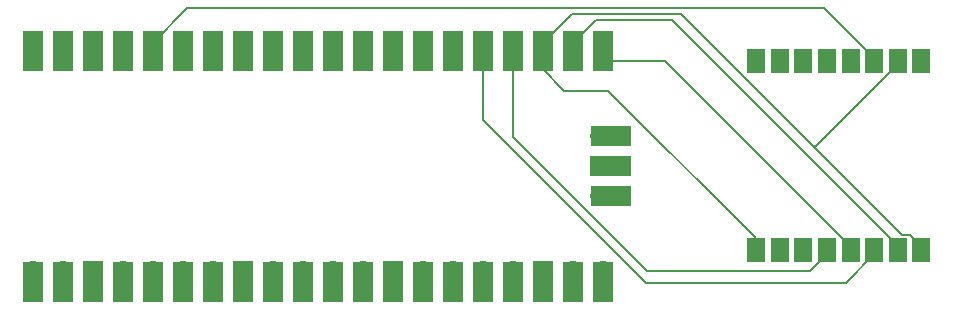
<source format=gbr>
%TF.GenerationSoftware,KiCad,Pcbnew,8.0.6*%
%TF.CreationDate,2025-05-31T15:30:40+01:00*%
%TF.ProjectId,Leo_Ground,4c656f5f-4772-46f7-956e-642e6b696361,rev?*%
%TF.SameCoordinates,Original*%
%TF.FileFunction,Copper,L1,Top*%
%TF.FilePolarity,Positive*%
%FSLAX46Y46*%
G04 Gerber Fmt 4.6, Leading zero omitted, Abs format (unit mm)*
G04 Created by KiCad (PCBNEW 8.0.6) date 2025-05-31 15:30:40*
%MOMM*%
%LPD*%
G01*
G04 APERTURE LIST*
%TA.AperFunction,SMDPad,CuDef*%
%ADD10R,1.500000X2.000000*%
%TD*%
%TA.AperFunction,ComponentPad*%
%ADD11O,1.700000X1.700000*%
%TD*%
%TA.AperFunction,SMDPad,CuDef*%
%ADD12R,1.700000X3.500000*%
%TD*%
%TA.AperFunction,ComponentPad*%
%ADD13R,1.700000X1.700000*%
%TD*%
%TA.AperFunction,SMDPad,CuDef*%
%ADD14R,3.500000X1.700000*%
%TD*%
%TA.AperFunction,Conductor*%
%ADD15C,0.200000*%
%TD*%
G04 APERTURE END LIST*
D10*
%TO.P,U2,16,GND*%
%TO.N,Net-(U1-GND-Pad13)*%
X195000000Y-102000000D03*
%TO.P,U2,15,~{NSS}*%
%TO.N,Net-(U1-GPIO17)*%
X193000000Y-102000000D03*
%TO.P,U2,14,MOSI*%
%TO.N,Net-(U1-GPIO19)*%
X191000000Y-102000000D03*
%TO.P,U2,13,MISO*%
%TO.N,Net-(U1-GPIO16)*%
X189000000Y-102000000D03*
%TO.P,U2,12,SCK*%
%TO.N,Net-(U1-GPIO18)*%
X187000000Y-102000000D03*
%TO.P,U2,11,DIO5*%
%TO.N,unconnected-(U2-DIO5-Pad11)*%
X185000000Y-102000000D03*
%TO.P,U2,10,DIO4*%
%TO.N,unconnected-(U2-DIO4-Pad10)*%
X183000000Y-102000000D03*
%TO.P,U2,9,GND*%
%TO.N,Net-(U1-GND-Pad13)*%
X181000000Y-102000000D03*
%TO.P,U2,8,DIO3*%
%TO.N,unconnected-(U2-DIO3-Pad8)*%
X181000000Y-86000000D03*
%TO.P,U2,7,DIO2*%
%TO.N,unconnected-(U2-DIO2-Pad7)*%
X183000000Y-86000000D03*
%TO.P,U2,6,DIO1*%
%TO.N,unconnected-(U2-DIO1-Pad6)*%
X185000000Y-86000000D03*
%TO.P,U2,5,DIO0*%
%TO.N,unconnected-(U2-DIO0-Pad5)*%
X187000000Y-86000000D03*
%TO.P,U2,4,~{RESET}*%
%TO.N,unconnected-(U2-~{RESET}-Pad4)*%
X189000000Y-86000000D03*
%TO.P,U2,3,VDD*%
%TO.N,Net-(U1-3V3)*%
X191000000Y-86000000D03*
%TO.P,U2,2,GND*%
%TO.N,Net-(U1-GND-Pad13)*%
X193000000Y-86000000D03*
%TO.P,U2,1,ANT*%
%TO.N,unconnected-(U2-ANT-Pad1)*%
X195000000Y-86000000D03*
%TD*%
D11*
%TO.P,U1,1,GPIO0*%
%TO.N,unconnected-(U1-GPIO0-Pad1)*%
X119760000Y-103780000D03*
D12*
X119760000Y-104680000D03*
D11*
%TO.P,U1,2,GPIO1*%
%TO.N,unconnected-(U1-GPIO1-Pad2)*%
X122300000Y-103780000D03*
D12*
X122300000Y-104680000D03*
D13*
%TO.P,U1,3,GND*%
%TO.N,Net-(U1-GND-Pad13)*%
X124840000Y-103780000D03*
D12*
X124840000Y-104680000D03*
D11*
%TO.P,U1,4,GPIO2*%
%TO.N,unconnected-(U1-GPIO2-Pad4)*%
X127380000Y-103780000D03*
D12*
X127380000Y-104680000D03*
D11*
%TO.P,U1,5,GPIO3*%
%TO.N,unconnected-(U1-GPIO3-Pad5)*%
X129920000Y-103780000D03*
D12*
X129920000Y-104680000D03*
D11*
%TO.P,U1,6,GPIO4*%
%TO.N,unconnected-(U1-GPIO4-Pad6)*%
X132460000Y-103780000D03*
D12*
X132460000Y-104680000D03*
D11*
%TO.P,U1,7,GPIO5*%
%TO.N,unconnected-(U1-GPIO5-Pad7)*%
X135000000Y-103780000D03*
D12*
X135000000Y-104680000D03*
D13*
%TO.P,U1,8,GND*%
%TO.N,Net-(U1-GND-Pad13)*%
X137540000Y-103780000D03*
D12*
X137540000Y-104680000D03*
D11*
%TO.P,U1,9,GPIO6*%
%TO.N,unconnected-(U1-GPIO6-Pad9)*%
X140080000Y-103780000D03*
D12*
X140080000Y-104680000D03*
D11*
%TO.P,U1,10,GPIO7*%
%TO.N,unconnected-(U1-GPIO7-Pad10)*%
X142620000Y-103780000D03*
D12*
X142620000Y-104680000D03*
D11*
%TO.P,U1,11,GPIO8*%
%TO.N,unconnected-(U1-GPIO8-Pad11)*%
X145160000Y-103780000D03*
D12*
X145160000Y-104680000D03*
D11*
%TO.P,U1,12,GPIO9*%
%TO.N,unconnected-(U1-GPIO9-Pad12)*%
X147700000Y-103780000D03*
D12*
X147700000Y-104680000D03*
D13*
%TO.P,U1,13,GND*%
%TO.N,Net-(U1-GND-Pad13)*%
X150240000Y-103780000D03*
D12*
X150240000Y-104680000D03*
D11*
%TO.P,U1,14,GPIO10*%
%TO.N,unconnected-(U1-GPIO10-Pad14)*%
X152780000Y-103780000D03*
D12*
X152780000Y-104680000D03*
D11*
%TO.P,U1,15,GPIO11*%
%TO.N,unconnected-(U1-GPIO11-Pad15)*%
X155320000Y-103780000D03*
D12*
X155320000Y-104680000D03*
D11*
%TO.P,U1,16,GPIO12*%
%TO.N,unconnected-(U1-GPIO12-Pad16)*%
X157860000Y-103780000D03*
D12*
X157860000Y-104680000D03*
D11*
%TO.P,U1,17,GPIO13*%
%TO.N,unconnected-(U1-GPIO13-Pad17)*%
X160400000Y-103780000D03*
D12*
X160400000Y-104680000D03*
D13*
%TO.P,U1,18,GND*%
%TO.N,Net-(U1-GND-Pad13)*%
X162940000Y-103780000D03*
D12*
X162940000Y-104680000D03*
D11*
%TO.P,U1,19,GPIO14*%
%TO.N,unconnected-(U1-GPIO14-Pad19)*%
X165480000Y-103780000D03*
D12*
X165480000Y-104680000D03*
D11*
%TO.P,U1,20,GPIO15*%
%TO.N,unconnected-(U1-GPIO15-Pad20)*%
X168020000Y-103780000D03*
D12*
X168020000Y-104680000D03*
D11*
%TO.P,U1,21,GPIO16*%
%TO.N,Net-(U1-GPIO16)*%
X168020000Y-86000000D03*
D12*
X168020000Y-85100000D03*
D11*
%TO.P,U1,22,GPIO17*%
%TO.N,Net-(U1-GPIO17)*%
X165480000Y-86000000D03*
D12*
X165480000Y-85100000D03*
D13*
%TO.P,U1,23,GND*%
%TO.N,Net-(U1-GND-Pad13)*%
X162940000Y-86000000D03*
D12*
X162940000Y-85100000D03*
D11*
%TO.P,U1,24,GPIO18*%
%TO.N,Net-(U1-GPIO18)*%
X160400000Y-86000000D03*
D12*
X160400000Y-85100000D03*
D11*
%TO.P,U1,25,GPIO19*%
%TO.N,Net-(U1-GPIO19)*%
X157860000Y-86000000D03*
D12*
X157860000Y-85100000D03*
D11*
%TO.P,U1,26,GPIO20*%
%TO.N,unconnected-(U1-GPIO20-Pad26)*%
X155320000Y-86000000D03*
D12*
X155320000Y-85100000D03*
D11*
%TO.P,U1,27,GPIO21*%
%TO.N,unconnected-(U1-GPIO21-Pad27)*%
X152780000Y-86000000D03*
D12*
X152780000Y-85100000D03*
D13*
%TO.P,U1,28,GND*%
%TO.N,Net-(U1-GND-Pad13)*%
X150240000Y-86000000D03*
D12*
X150240000Y-85100000D03*
D11*
%TO.P,U1,29,GPIO22*%
%TO.N,unconnected-(U1-GPIO22-Pad29)*%
X147700000Y-86000000D03*
D12*
X147700000Y-85100000D03*
D11*
%TO.P,U1,30,RUN*%
%TO.N,unconnected-(U1-RUN-Pad30)*%
X145160000Y-86000000D03*
D12*
X145160000Y-85100000D03*
D11*
%TO.P,U1,31,GPIO26_ADC0*%
%TO.N,unconnected-(U1-GPIO26_ADC0-Pad31)*%
X142620000Y-86000000D03*
D12*
X142620000Y-85100000D03*
D11*
%TO.P,U1,32,GPIO27_ADC1*%
%TO.N,unconnected-(U1-GPIO27_ADC1-Pad32)*%
X140080000Y-86000000D03*
D12*
X140080000Y-85100000D03*
D13*
%TO.P,U1,33,AGND*%
%TO.N,unconnected-(U1-AGND-Pad33)*%
X137540000Y-86000000D03*
D12*
X137540000Y-85100000D03*
D11*
%TO.P,U1,34,GPIO28_ADC2*%
%TO.N,unconnected-(U1-GPIO28_ADC2-Pad34)*%
X135000000Y-86000000D03*
D12*
X135000000Y-85100000D03*
D11*
%TO.P,U1,35,ADC_VREF*%
%TO.N,unconnected-(U1-ADC_VREF-Pad35)*%
X132460000Y-86000000D03*
D12*
X132460000Y-85100000D03*
D11*
%TO.P,U1,36,3V3*%
%TO.N,Net-(U1-3V3)*%
X129920000Y-86000000D03*
D12*
X129920000Y-85100000D03*
D11*
%TO.P,U1,37,3V3_EN*%
%TO.N,unconnected-(U1-3V3_EN-Pad37)*%
X127380000Y-86000000D03*
D12*
X127380000Y-85100000D03*
D13*
%TO.P,U1,38,GND*%
%TO.N,Net-(U1-GND-Pad13)*%
X124840000Y-86000000D03*
D12*
X124840000Y-85100000D03*
D11*
%TO.P,U1,39,VSYS*%
%TO.N,unconnected-(U1-VSYS-Pad39)*%
X122300000Y-86000000D03*
D12*
X122300000Y-85100000D03*
D11*
%TO.P,U1,40,VBUS*%
%TO.N,unconnected-(U1-VBUS-Pad40)*%
X119760000Y-86000000D03*
D12*
X119760000Y-85100000D03*
D11*
%TO.P,U1,41,SWCLK*%
%TO.N,unconnected-(U1-SWCLK-Pad41)*%
X167790000Y-97430000D03*
D14*
X168690000Y-97430000D03*
D13*
%TO.P,U1,42,GND*%
%TO.N,Net-(U1-GND-Pad13)*%
X167790000Y-94890000D03*
D14*
X168690000Y-94890000D03*
D11*
%TO.P,U1,43,SWDIO*%
%TO.N,unconnected-(U1-SWDIO-Pad43)*%
X167790000Y-92350000D03*
D14*
X168690000Y-92350000D03*
%TD*%
D15*
%TO.N,Net-(U1-GND-Pad13)*%
X168500000Y-88500000D02*
X164750000Y-88500000D01*
X181000000Y-101000000D02*
X168500000Y-88500000D01*
X162940000Y-86690000D02*
X162940000Y-86000000D01*
X181000000Y-102000000D02*
X181000000Y-101000000D01*
X164750000Y-88500000D02*
X162940000Y-86690000D01*
%TO.N,Net-(U1-GPIO18)*%
X171750000Y-103750000D02*
X160400000Y-92400000D01*
X185600000Y-103750000D02*
X171750000Y-103750000D01*
X160400000Y-92400000D02*
X160400000Y-86000000D01*
X187000000Y-102350000D02*
X185600000Y-103750000D01*
%TO.N,Net-(U1-GPIO19)*%
X157860000Y-90931372D02*
X157860000Y-86000000D01*
X171678628Y-104750000D02*
X157860000Y-90931372D01*
X188600000Y-104750000D02*
X171678628Y-104750000D01*
X191000000Y-102000000D02*
X191000000Y-102350000D01*
X191000000Y-102350000D02*
X188600000Y-104750000D01*
%TO.N,Net-(U1-GND-Pad13)*%
X162940000Y-84440000D02*
X162940000Y-86000000D01*
X165380000Y-82000000D02*
X162940000Y-84440000D01*
X185825000Y-93175000D02*
X174650000Y-82000000D01*
X174650000Y-82000000D02*
X165380000Y-82000000D01*
X186075000Y-93175000D02*
X185825000Y-93175000D01*
X193000000Y-86000000D02*
X193000000Y-86250000D01*
X193350000Y-100700000D02*
X185825000Y-93175000D01*
X193000000Y-86250000D02*
X186075000Y-93175000D01*
%TO.N,Net-(U1-GPIO16)*%
X173250000Y-86000000D02*
X168020000Y-86000000D01*
X189000000Y-101750000D02*
X173250000Y-86000000D01*
X189000000Y-102000000D02*
X189000000Y-101750000D01*
%TO.N,Net-(U1-GPIO17)*%
X173850000Y-82500000D02*
X167420000Y-82500000D01*
X193000000Y-102000000D02*
X193000000Y-101650000D01*
X167420000Y-82500000D02*
X165480000Y-84440000D01*
X165480000Y-84440000D02*
X165480000Y-86000000D01*
X193000000Y-101650000D02*
X173850000Y-82500000D01*
%TO.N,Net-(U1-3V3)*%
X191000000Y-85750000D02*
X186750000Y-81500000D01*
X129920000Y-84440000D02*
X129920000Y-86000000D01*
X132860000Y-81500000D02*
X129920000Y-84440000D01*
X186750000Y-81500000D02*
X132860000Y-81500000D01*
X191000000Y-86000000D02*
X191000000Y-85750000D01*
%TO.N,Net-(U1-GPIO18)*%
X187000000Y-102000000D02*
X187000000Y-101750000D01*
X187000000Y-102000000D02*
X187000000Y-102350000D01*
X187000000Y-101750000D02*
X187000000Y-102350000D01*
%TO.N,Net-(U1-GND-Pad13)*%
X194050000Y-100700000D02*
X193350000Y-100700000D01*
X195000000Y-101650000D02*
X194050000Y-100700000D01*
X195000000Y-102000000D02*
X195000000Y-101650000D01*
%TD*%
M02*

</source>
